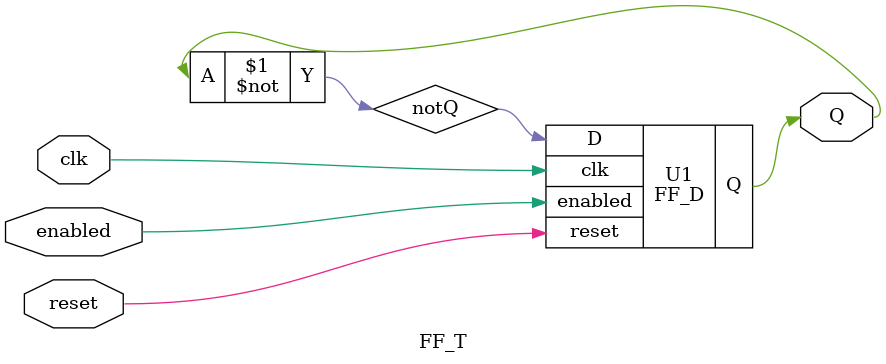
<source format=v>
/*

La solución en CircuitVerse la puede ver en este link:

https://circuitverse.org/users/20719/projects/lab09-solucion

*/

module FF_D(input clk, reset, enabled, D, output reg Q);

    always @ (posedge clk, posedge reset)
        if (reset)
            Q = 1'b0;
        else if (enabled)
            Q = D;

endmodule

module FF_T(input clk, reset, enabled, output Q);
    
    wire notQ;
    not (notQ, Q);
    FF_D U1(clk, reset, enabled, notQ, Q);
    
    // alternativa en 1 línea:
    // FF_D U1(clk, reset, enabled, ~Q, Q);
    
    
endmodule

</source>
